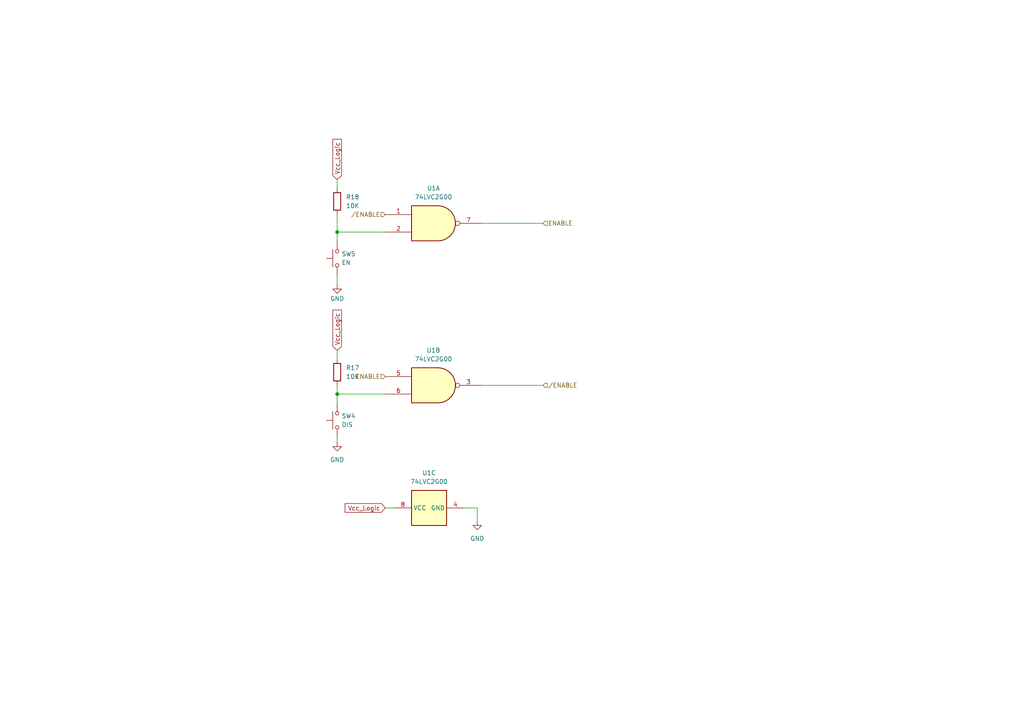
<source format=kicad_sch>
(kicad_sch (version 20231120) (generator "eeschema") (generator_version "8.0")
  (paper "A4")
  (title_block (title "Enable Logic") (date "2024-06-29") (rev "2"))
  (lib_symbols
    (symbol "74xGxx:74LVC2G00"
      (property "Reference" "U" (at 2.54 7.62 0))
      (property "Value" "74LVC2G00" (at 7.62 -7.62 0))
      (symbol "74LVC2G00_1_1"
        (arc (start 0 -5.08) (mid 5.0579 0) (end 0 5.08) (stroke (width 0.254)) (fill (type background)))
        (polyline (pts (xy 0 -5.08) (xy -7.62 -5.08) (xy -7.62 5.08) (xy 0 5.08)) (stroke (width 0.254)) (fill (type background)))
        (pin input line (at -15.24 2.54 0) (length 7.62) (name "~") (number "1"))
        (pin input line (at -15.24 -2.54 0) (length 7.62) (name "~") (number "2"))
        (pin output inverted (at 12.7 0 180) (length 7.62) (name "~") (number "7"))
      )
      (symbol "74LVC2G00_2_1"
        (arc (start 0 -5.08) (mid 5.0579 0) (end 0 5.08) (stroke (width 0.254)) (fill (type background)))
        (polyline (pts (xy 0 -5.08) (xy -7.62 -5.08) (xy -7.62 5.08) (xy 0 5.08)) (stroke (width 0.254)) (fill (type background)))
        (pin output inverted (at 12.7 0 180) (length 7.62) (name "~") (number "3"))
        (pin input line (at -15.24 2.54 0) (length 7.62) (name "~") (number "5"))
        (pin input line (at -15.24 -2.54 0) (length 7.62) (name "~") (number "6"))
      )
      (symbol "74LVC2G00_3_0"
        (rectangle (start -5.08 -5.08) (end 5.08 5.08) (stroke (width 0.254)) (fill (type background)))
      )
      (symbol "74LVC2G00_3_1"
        (pin power_in line (at 0 -10.16 90) (length 5.08) (name "GND") (number "4"))
        (pin power_in line (at 0 10.16 270) (length 5.08) (name "VCC") (number "8"))
      )
    )
    (symbol "Device:R" (pin_numbers hide) (pin_names (offset 0))
      (property "Reference" "R" (at 2.032 0 90))
      (property "Value" "R" (at 0 0 90))
      (symbol "R_0_1"
        (rectangle (start -1.016 -2.54) (end 1.016 2.54) (stroke (width 0.254)))
      )
      (symbol "R_1_1"
        (pin passive line (at 0 3.81 270) (length 1.27) (name "~") (number "1"))
        (pin passive line (at 0 -3.81 90) (length 1.27) (name "~") (number "2"))
      )
    )
    (symbol "Switch:SW_Push" (pin_numbers hide) (pin_names (offset 1.016) hide)
      (property "Reference" "SW" (at 1.27 2.54 0))
      (property "Value" "SW_Push" (at 0 -1.524 0))
      (symbol "SW_Push_0_1"
        (circle (center -2.032 0) (radius 0.508))
        (polyline (pts (xy 0 1.27) (xy 0 3.048)))
        (polyline (pts (xy 2.54 1.27) (xy -2.54 1.27)))
        (circle (center 2.032 0) (radius 0.508))
        (pin passive line (at -5.08 0 0) (length 2.54) (name "1") (number "1"))
        (pin passive line (at 5.08 0 180) (length 2.54) (name "2") (number "2"))
      )
    )
    (symbol "power:GND" (power) (pin_numbers hide) (pin_names (offset 0) hide)
      (property "Value" "GND" (at 0 -3.81 0))
      (symbol "GND_0_1"
        (polyline (pts (xy 0 0) (xy 0 -1.27) (xy 1.27 -1.27) (xy 0 -2.54) (xy -1.27 -1.27) (xy 0 -1.27)))
      )
      (symbol "GND_1_1"
        (pin power_in line (at 0 0 270) (length 0) (name "~") (number "1"))
      )
    )
  )
  (junction (at 97.79 67.31))
  (junction (at 97.79 114.3))
  (wire (pts (xy 97.79 101.6) (xy 97.79 104.14)))
  (wire (pts (xy 139.7 64.77) (xy 157.48 64.77)))
  (wire (pts (xy 97.79 52.07) (xy 97.79 54.61)))
  (wire (pts (xy 97.79 67.31) (xy 111.76 67.31)))
  (wire (pts (xy 138.43 147.32) (xy 134.62 147.32)))
  (wire (pts (xy 97.79 80.01) (xy 97.79 82.55)))
  (wire (pts (xy 97.79 67.31) (xy 97.79 69.85)))
  (wire (pts (xy 97.79 62.23) (xy 97.79 67.31)))
  (wire (pts (xy 97.79 127) (xy 97.79 128.27)))
  (wire (pts (xy 97.79 114.3) (xy 111.76 114.3)))
  (wire (pts (xy 111.76 147.32) (xy 114.3 147.32)))
  (wire (pts (xy 97.79 114.3) (xy 97.79 116.84)))
  (wire (pts (xy 139.7 111.76) (xy 157.48 111.76)))
  (wire (pts (xy 97.79 111.76) (xy 97.79 114.3)))
  (wire (pts (xy 138.43 151.13) (xy 138.43 147.32)))
  (global_label "Vcc_Logic" (shape input) (at 111.76 147.32 180) (property "Intersheetrefs" "${INTERSHEET_REFS}" (effects (hide yes))))
  (global_label "Vcc_Logic" (shape input) (at 97.79 101.6 90) (property "Intersheetrefs" "${INTERSHEET_REFS}" (effects (hide yes))))
  (global_label "Vcc_Logic" (shape input) (at 97.79 52.07 90) (property "Intersheetrefs" "${INTERSHEET_REFS}" (effects (hide yes))))
  (hierarchical_label "ENABLE" (shape input) (at 157.48 64.77 0))
  (hierarchical_label "{slash}ENABLE" (shape input) (at 111.76 62.23 180))
  (hierarchical_label "ENABLE" (shape input) (at 111.76 109.22 180))
  (hierarchical_label "{slash}ENABLE" (shape input) (at 157.48 111.76 0))
  (symbol (lib_id "Device:R") (at 97.79 58.42 0) (unit 1)
    (property "Reference" "R18" (at 100.33 57.1499 0) (effects (justify left)))
    (property "Value" "10K" (at 100.33 59.6899 0) (effects (justify left)))
    (property "Footprint" "Resistor_SMD:R_0805_2012Metric_Pad1.20x1.40mm_HandSolder" (effects (hide yes)))
    (property "Description" "Resistor" (effects (hide yes)))
  )
  (symbol (lib_id "Switch:SW_Push") (at 97.79 121.92 90) (unit 1)
    (property "Reference" "SW4" (at 99.06 120.6499 90) (effects (justify right)))
    (property "Value" "DIS" (at 99.06 123.1899 90) (effects (justify right)))
    (property "Footprint" "Button:Takt_Schalter_Aliexpress" (effects (hide yes)))
    (property "Description" "Push button switch, generic, two pins" (effects (hide yes)))
  )
  (symbol (lib_id "power:GND") (at 138.43 151.13 0) (unit 1)
    (property "Reference" "#PWR046" (effects (hide yes)))
    (property "Value" "GND" (at 138.43 156.21 0))
    (property "Description" "Power symbol creates a global label with name \"GND\" , ground" (effects (hide yes)))
  )
  (symbol (lib_id "Device:R") (at 97.79 107.95 0) (unit 1)
    (property "Reference" "R17" (at 100.33 106.6799 0) (effects (justify left)))
    (property "Value" "10K" (at 100.33 109.2199 0) (effects (justify left)))
    (property "Footprint" "Resistor_SMD:R_0805_2012Metric_Pad1.20x1.40mm_HandSolder" (effects (hide yes)))
    (property "Description" "Resistor" (effects (hide yes)))
  )
  (symbol (lib_id "power:GND") (at 97.79 128.27 0) (unit 1)
    (property "Reference" "#PWR044" (effects (hide yes)))
    (property "Value" "GND" (at 97.79 133.35 0))
    (property "Description" "Power symbol creates a global label with name \"GND\" , ground" (effects (hide yes)))
  )
  (symbol (lib_id "74xGxx:74LVC2G00") (at 127 64.77 0) (unit 1)
    (property "Reference" "U1" (at 125.7189 54.61 0))
    (property "Value" "74LVC2G00" (at 125.7189 57.15 0))
    (property "Footprint" "Package_SO:TSSOP-8_3x3mm_P0.65mm" (effects (hide yes)))
    (property "Datasheet" "http://www.ti.com/lit/sg/scyt129e/scyt129e.pdf" (effects (hide yes)))
    (property "Description" "Dual NAND Gate, Low-Voltage CMOS" (effects (hide yes)))
  )
  (symbol (lib_id "74xGxx:74LVC2G00") (at 124.46 147.32 90) (unit 3)
    (property "Reference" "U1" (at 124.46 137.16 90))
    (property "Value" "74LVC2G00" (at 124.46 139.7 90))
    (property "Footprint" "Package_SO:TSSOP-8_3x3mm_P0.65mm" (effects (hide yes)))
    (property "Datasheet" "http://www.ti.com/lit/sg/scyt129e/scyt129e.pdf" (effects (hide yes)))
    (property "Description" "Dual NAND Gate, Low-Voltage CMOS" (effects (hide yes)))
  )
  (symbol (lib_id "74xGxx:74LVC2G00") (at 127 111.76 0) (unit 2)
    (property "Reference" "U1" (at 125.7189 101.6 0))
    (property "Value" "74LVC2G00" (at 125.7189 104.14 0))
    (property "Footprint" "Package_SO:TSSOP-8_3x3mm_P0.65mm" (effects (hide yes)))
    (property "Datasheet" "http://www.ti.com/lit/sg/scyt129e/scyt129e.pdf" (effects (hide yes)))
    (property "Description" "Dual NAND Gate, Low-Voltage CMOS" (effects (hide yes)))
  )
  (symbol (lib_id "Switch:SW_Push") (at 97.79 74.93 90) (unit 1)
    (property "Reference" "SW5" (at 99.06 73.6599 90) (effects (justify right)))
    (property "Value" "EN" (at 99.06 76.1999 90) (effects (justify right)))
    (property "Footprint" "Button:Takt_Schalter_Aliexpress" (effects (hide yes)))
    (property "Description" "Push button switch, generic, two pins" (effects (hide yes)))
  )
  (symbol (lib_id "power:GND") (at 97.79 82.55 0) (unit 1)
    (property "Reference" "#PWR045" (effects (hide yes)))
    (property "Value" "GND" (at 97.79 86.614 0))
    (property "Description" "Power symbol creates a global label with name \"GND\" , ground" (effects (hide yes)))
  )
)
</source>
